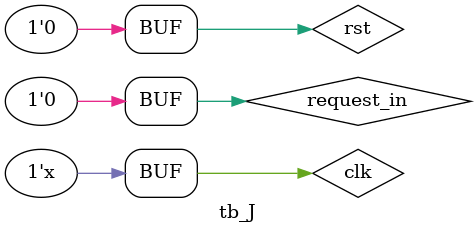
<source format=v>
`timescale 1 ps / 1 ps

module tb_J();
  wire [7:0] count;
  wire [7:0] data;
  reg clk, rst, request_in;
  wire write_out;
  slidingwindow SW(
    .count(count),.data(data),.clk(clk),.rst(rst),.request_in(request_in),.write_out(write_out));
  
  initial
  begin
    clk = 1'b0;
    rst = 1'b0;
    request_in = 1'b0;
    #300 rst = 1'b1;
``  #100 rst = 1'b0;
    #50000 request_in = 1'b1;
    #300 request_in = 1'b0;
  end
  
  always #50 clk <= !clk;
endmodule
</source>
